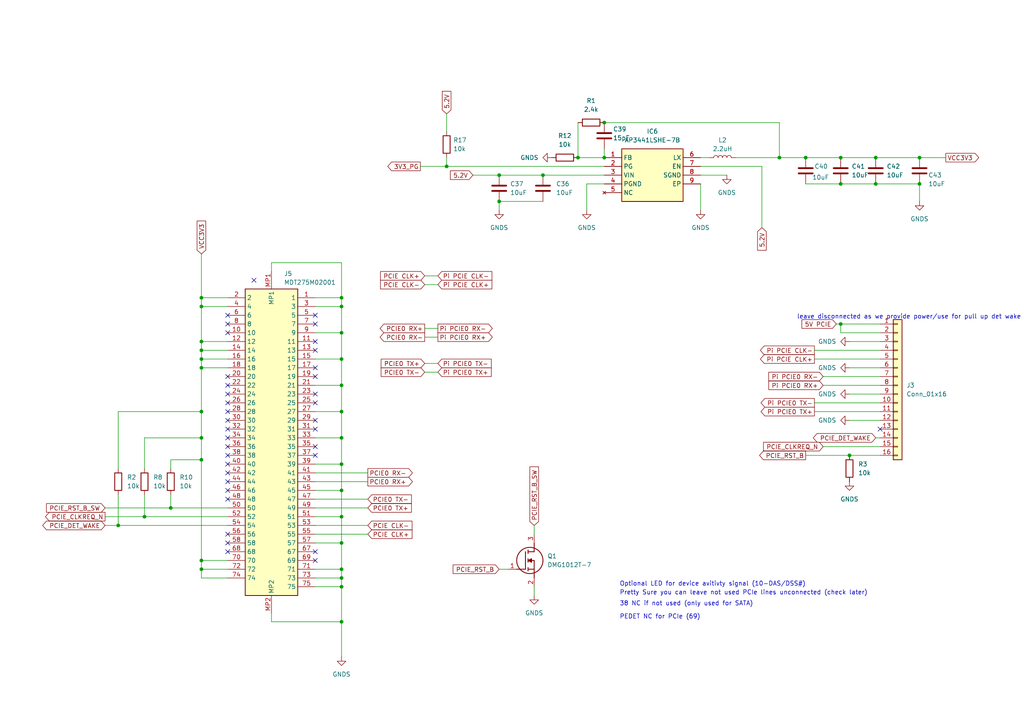
<source format=kicad_sch>
(kicad_sch (version 20231120) (generator "eeschema") (generator_version "8.0")
  (paper "A4")
  (lib_symbols
    (symbol "Connector:MDT275M02001"
      (property "Reference" "J" (at 95.25 12.7 0))
      (property "Value" "MDT275M02001" (at 95.25 10.16 0))
      (symbol "MDT275M02001_1_1"
        (rectangle (start 5.08 7.62) (end 93.98 -7.62) (stroke (width 0.254)) (fill (type background)))
        (pin passive line (at 7.62 12.7 270) (length 5.08) (name "1") (number "1"))
        (pin passive line (at 17.78 -12.7 90) (length 5.08) (name "10") (number "10"))
        (pin passive line (at 20.32 12.7 270) (length 5.08) (name "11") (number "11"))
        (pin passive line (at 20.32 -12.7 90) (length 5.08) (name "12") (number "12"))
        (pin passive line (at 22.86 12.7 270) (length 5.08) (name "13") (number "13"))
        (pin passive line (at 22.86 -12.7 90) (length 5.08) (name "14") (number "14"))
        (pin passive line (at 25.4 12.7 270) (length 5.08) (name "15") (number "15"))
        (pin passive line (at 25.4 -12.7 90) (length 5.08) (name "16") (number "16"))
        (pin passive line (at 27.94 12.7 270) (length 5.08) (name "17") (number "17"))
        (pin passive line (at 27.94 -12.7 90) (length 5.08) (name "18") (number "18"))
        (pin passive line (at 30.48 12.7 270) (length 5.08) (name "19") (number "19"))
        (pin passive line (at 7.62 -12.7 90) (length 5.08) (name "2") (number "2"))
        (pin passive line (at 30.48 -12.7 90) (length 5.08) (name "20") (number "20"))
        (pin passive line (at 33.02 12.7 270) (length 5.08) (name "21") (number "21"))
        (pin passive line (at 33.02 -12.7 90) (length 5.08) (name "22") (number "22"))
        (pin passive line (at 35.56 12.7 270) (length 5.08) (name "23") (number "23"))
        (pin passive line (at 35.56 -12.7 90) (length 5.08) (name "24") (number "24"))
        (pin passive line (at 38.1 12.7 270) (length 5.08) (name "25") (number "25"))
        (pin passive line (at 38.1 -12.7 90) (length 5.08) (name "26") (number "26"))
        (pin passive line (at 40.64 12.7 270) (length 5.08) (name "27") (number "27"))
        (pin passive line (at 40.64 -12.7 90) (length 5.08) (name "28") (number "28"))
        (pin passive line (at 43.18 12.7 270) (length 5.08) (name "29") (number "29"))
        (pin passive line (at 10.16 12.7 270) (length 5.08) (name "3") (number "3"))
        (pin passive line (at 43.18 -12.7 90) (length 5.08) (name "30") (number "30"))
        (pin passive line (at 45.72 12.7 270) (length 5.08) (name "31") (number "31"))
        (pin passive line (at 45.72 -12.7 90) (length 5.08) (name "32") (number "32"))
        (pin passive line (at 48.26 12.7 270) (length 5.08) (name "33") (number "33"))
        (pin passive line (at 48.26 -12.7 90) (length 5.08) (name "34") (number "34"))
        (pin passive line (at 50.8 12.7 270) (length 5.08) (name "35") (number "35"))
        (pin passive line (at 50.8 -12.7 90) (length 5.08) (name "36") (number "36"))
        (pin passive line (at 53.34 12.7 270) (length 5.08) (name "37") (number "37"))
        (pin passive line (at 53.34 -12.7 90) (length 5.08) (name "38") (number "38"))
        (pin passive line (at 55.88 12.7 270) (length 5.08) (name "39") (number "39"))
        (pin passive line (at 10.16 -12.7 90) (length 5.08) (name "4") (number "4"))
        (pin passive line (at 55.88 -12.7 90) (length 5.08) (name "40") (number "40"))
        (pin passive line (at 58.42 12.7 270) (length 5.08) (name "41") (number "41"))
        (pin passive line (at 58.42 -12.7 90) (length 5.08) (name "42") (number "42"))
        (pin passive line (at 60.96 12.7 270) (length 5.08) (name "43") (number "43"))
        (pin passive line (at 60.96 -12.7 90) (length 5.08) (name "44") (number "44"))
        (pin passive line (at 63.5 12.7 270) (length 5.08) (name "45") (number "45"))
        (pin passive line (at 63.5 -12.7 90) (length 5.08) (name "46") (number "46"))
        (pin passive line (at 66.04 12.7 270) (length 5.08) (name "47") (number "47"))
        (pin passive line (at 66.04 -12.7 90) (length 5.08) (name "48") (number "48"))
        (pin passive line (at 68.58 12.7 270) (length 5.08) (name "49") (number "49"))
        (pin passive line (at 12.7 12.7 270) (length 5.08) (name "5") (number "5"))
        (pin passive line (at 68.58 -12.7 90) (length 5.08) (name "50") (number "50"))
        (pin passive line (at 71.12 12.7 270) (length 5.08) (name "51") (number "51"))
        (pin passive line (at 71.12 -12.7 90) (length 5.08) (name "52") (number "52"))
        (pin passive line (at 73.66 12.7 270) (length 5.08) (name "53") (number "53"))
        (pin passive line (at 73.66 -12.7 90) (length 5.08) (name "54") (number "54"))
        (pin passive line (at 76.2 12.7 270) (length 5.08) (name "55") (number "55"))
        (pin passive line (at 76.2 -12.7 90) (length 5.08) (name "56") (number "56"))
        (pin passive line (at 78.74 12.7 270) (length 5.08) (name "57") (number "57"))
        (pin passive line (at 78.74 -12.7 90) (length 5.08) (name "58") (number "58"))
        (pin passive line (at 12.7 -12.7 90) (length 5.08) (name "6") (number "6"))
        (pin passive line (at 81.28 12.7 270) (length 5.08) (name "67") (number "67"))
        (pin passive line (at 81.28 -12.7 90) (length 5.08) (name "68") (number "68"))
        (pin passive line (at 83.82 12.7 270) (length 5.08) (name "69") (number "69"))
        (pin passive line (at 15.24 12.7 270) (length 5.08) (name "7") (number "7"))
        (pin passive line (at 83.82 -12.7 90) (length 5.08) (name "70") (number "70"))
        (pin passive line (at 86.36 12.7 270) (length 5.08) (name "71") (number "71"))
        (pin passive line (at 86.36 -12.7 90) (length 5.08) (name "72") (number "72"))
        (pin passive line (at 88.9 12.7 270) (length 5.08) (name "73") (number "73"))
        (pin passive line (at 88.9 -12.7 90) (length 5.08) (name "74") (number "74"))
        (pin passive line (at 91.44 12.7 270) (length 5.08) (name "75") (number "75"))
        (pin passive line (at 15.24 -12.7 90) (length 5.08) (name "8") (number "8"))
        (pin passive line (at 17.78 12.7 270) (length 5.08) (name "9") (number "9"))
        (pin passive line (at 0 0 0) (length 5.08) (name "MP1") (number "MP1"))
        (pin passive line (at 99.06 0 180) (length 5.08) (name "MP2") (number "MP2"))
      )
    )
    (symbol "Connector_Generic:Conn_01x16" (pin_names (offset 1.016) hide)
      (property "Reference" "J" (at 0 20.32 0))
      (property "Value" "Conn_01x16" (at 0 -22.86 0))
      (symbol "Conn_01x16_1_1"
        (rectangle (start -1.27 -20.193) (end 0 -20.447) (stroke (width 0.1524)))
        (rectangle (start -1.27 -17.653) (end 0 -17.907) (stroke (width 0.1524)))
        (rectangle (start -1.27 -15.113) (end 0 -15.367) (stroke (width 0.1524)))
        (rectangle (start -1.27 -12.573) (end 0 -12.827) (stroke (width 0.1524)))
        (rectangle (start -1.27 -10.033) (end 0 -10.287) (stroke (width 0.1524)))
        (rectangle (start -1.27 -7.493) (end 0 -7.747) (stroke (width 0.1524)))
        (rectangle (start -1.27 -4.953) (end 0 -5.207) (stroke (width 0.1524)))
        (rectangle (start -1.27 -2.413) (end 0 -2.667) (stroke (width 0.1524)))
        (rectangle (start -1.27 0.127) (end 0 -0.127) (stroke (width 0.1524)))
        (rectangle (start -1.27 2.667) (end 0 2.413) (stroke (width 0.1524)))
        (rectangle (start -1.27 5.207) (end 0 4.953) (stroke (width 0.1524)))
        (rectangle (start -1.27 7.747) (end 0 7.493) (stroke (width 0.1524)))
        (rectangle (start -1.27 10.287) (end 0 10.033) (stroke (width 0.1524)))
        (rectangle (start -1.27 12.827) (end 0 12.573) (stroke (width 0.1524)))
        (rectangle (start -1.27 15.367) (end 0 15.113) (stroke (width 0.1524)))
        (rectangle (start -1.27 17.907) (end 0 17.653) (stroke (width 0.1524)))
        (rectangle (start -1.27 19.05) (end 1.27 -21.59) (stroke (width 0.254)) (fill (type background)))
        (pin passive line (at -5.08 17.78 0) (length 3.81) (name "Pin_1") (number "1"))
        (pin passive line (at -5.08 -5.08 0) (length 3.81) (name "Pin_10") (number "10"))
        (pin passive line (at -5.08 -7.62 0) (length 3.81) (name "Pin_11") (number "11"))
        (pin passive line (at -5.08 -10.16 0) (length 3.81) (name "Pin_12") (number "12"))
        (pin passive line (at -5.08 -12.7 0) (length 3.81) (name "Pin_13") (number "13"))
        (pin passive line (at -5.08 -15.24 0) (length 3.81) (name "Pin_14") (number "14"))
        (pin passive line (at -5.08 -17.78 0) (length 3.81) (name "Pin_15") (number "15"))
        (pin passive line (at -5.08 -20.32 0) (length 3.81) (name "Pin_16") (number "16"))
        (pin passive line (at -5.08 15.24 0) (length 3.81) (name "Pin_2") (number "2"))
        (pin passive line (at -5.08 12.7 0) (length 3.81) (name "Pin_3") (number "3"))
        (pin passive line (at -5.08 10.16 0) (length 3.81) (name "Pin_4") (number "4"))
        (pin passive line (at -5.08 7.62 0) (length 3.81) (name "Pin_5") (number "5"))
        (pin passive line (at -5.08 5.08 0) (length 3.81) (name "Pin_6") (number "6"))
        (pin passive line (at -5.08 2.54 0) (length 3.81) (name "Pin_7") (number "7"))
        (pin passive line (at -5.08 0 0) (length 3.81) (name "Pin_8") (number "8"))
        (pin passive line (at -5.08 -2.54 0) (length 3.81) (name "Pin_9") (number "9"))
      )
    )
    (symbol "Converter_DCDC:AP3441LSHE-7B"
      (property "Reference" "IC" (at 24.13 7.62 0))
      (property "Value" "AP3441LSHE-7B" (at 24.13 5.08 0))
      (symbol "AP3441LSHE-7B_1_1"
        (rectangle (start 5.08 2.54) (end 22.86 -12.7) (stroke (width 0.254)) (fill (type background)))
        (pin passive line (at 0 0 0) (length 5.08) (name "FB") (number "1"))
        (pin passive line (at 0 -2.54 0) (length 5.08) (name "PG") (number "2"))
        (pin passive line (at 0 -5.08 0) (length 5.08) (name "VIN") (number "3"))
        (pin passive line (at 0 -7.62 0) (length 5.08) (name "PGND") (number "4"))
        (pin no_connect line (at 0 -10.16 0) (length 5.08) (name "NC") (number "5"))
        (pin passive line (at 27.94 0 180) (length 5.08) (name "LX") (number "6"))
        (pin passive line (at 27.94 -2.54 180) (length 5.08) (name "EN") (number "7"))
        (pin passive line (at 27.94 -5.08 180) (length 5.08) (name "SGND") (number "8"))
        (pin passive line (at 27.94 -7.62 180) (length 5.08) (name "EP") (number "9"))
      )
    )
    (symbol "Device:C" (pin_numbers hide) (pin_names (offset 0.254))
      (property "Reference" "C" (at 0.635 2.54 0))
      (property "Value" "C" (at 0.635 -2.54 0))
      (symbol "C_0_1"
        (polyline (pts (xy -2.032 -0.762) (xy 2.032 -0.762)) (stroke (width 0.508)))
        (polyline (pts (xy -2.032 0.762) (xy 2.032 0.762)) (stroke (width 0.508)))
      )
      (symbol "C_1_1"
        (pin passive line (at 0 3.81 270) (length 2.794) (name "~") (number "1"))
        (pin passive line (at 0 -3.81 90) (length 2.794) (name "~") (number "2"))
      )
    )
    (symbol "Device:L" (pin_numbers hide) (pin_names (offset 1.016) hide)
      (property "Reference" "L" (at -1.27 0 90))
      (property "Value" "L" (at 1.905 0 90))
      (symbol "L_0_1"
        (arc (start 0 -2.54) (mid 0.6323 -1.905) (end 0 -1.27))
        (arc (start 0 -1.27) (mid 0.6323 -0.635) (end 0 0))
        (arc (start 0 0) (mid 0.6323 0.635) (end 0 1.27))
        (arc (start 0 1.27) (mid 0.6323 1.905) (end 0 2.54))
      )
      (symbol "L_1_1"
        (pin passive line (at 0 3.81 270) (length 1.27) (name "1") (number "1"))
        (pin passive line (at 0 -3.81 90) (length 1.27) (name "2") (number "2"))
      )
    )
    (symbol "Device:R" (pin_numbers hide) (pin_names (offset 0))
      (property "Reference" "R" (at 2.032 0 90))
      (property "Value" "R" (at 0 0 90))
      (symbol "R_0_1"
        (rectangle (start -1.016 -2.54) (end 1.016 2.54) (stroke (width 0.254)))
      )
      (symbol "R_1_1"
        (pin passive line (at 0 3.81 270) (length 1.27) (name "~") (number "1"))
        (pin passive line (at 0 -3.81 90) (length 1.27) (name "~") (number "2"))
      )
    )
    (symbol "Diode:DMG1012T-7" (pin_names hide)
      (property "Reference" "Q" (at 11.43 3.81 0))
      (property "Value" "DMG1012T-7" (at 11.43 1.27 0))
      (symbol "DMG1012T-7_1_1"
        (polyline (pts (xy 2.54 0) (xy 5.08 0)) (stroke (width 0.254)))
        (polyline (pts (xy 5.08 5.08) (xy 5.08 0)) (stroke (width 0.254)))
        (polyline (pts (xy 5.842 -0.508) (xy 5.842 0.508)) (stroke (width 0.254)))
        (polyline (pts (xy 5.842 0) (xy 7.62 0)) (stroke (width 0.254)))
        (polyline (pts (xy 5.842 2.032) (xy 5.842 3.048)) (stroke (width 0.254)))
        (polyline (pts (xy 5.842 5.588) (xy 5.842 4.572)) (stroke (width 0.254)))
        (polyline (pts (xy 7.62 2.54) (xy 5.842 2.54)) (stroke (width 0.254)))
        (polyline (pts (xy 7.62 2.54) (xy 7.62 -2.54)) (stroke (width 0.254)))
        (polyline (pts (xy 7.62 5.08) (xy 5.842 5.08)) (stroke (width 0.254)))
        (polyline (pts (xy 7.62 5.08) (xy 7.62 7.62)) (stroke (width 0.254)))
        (polyline (pts (xy 5.842 2.54) (xy 6.858 3.048) (xy 6.858 2.032) (xy 5.842 2.54)) (stroke (width 0.254)) (fill (type outline)))
        (circle (center 6.35 2.54) (radius 3.81) (stroke (width 0.254)))
        (pin passive line (at 0 0 0) (length 2.54) (name "G") (number "1"))
        (pin passive line (at 7.62 -5.08 90) (length 2.54) (name "S") (number "2"))
        (pin passive line (at 7.62 10.16 270) (length 2.54) (name "D") (number "3"))
      )
    )
    (symbol "R_2" (pin_numbers hide) (pin_names (offset 0))
      (property "Reference" "R" (at 2.032 0 90))
      (property "Value" "R" (at 0 0 90))
      (symbol "R_2_0_1"
        (rectangle (start -1.016 -2.54) (end 1.016 2.54) (stroke (width 0.254)))
      )
      (symbol "R_2_1_1"
        (pin passive line (at 0 3.81 270) (length 1.27) (name "~") (number "1"))
        (pin passive line (at 0 -3.81 90) (length 1.27) (name "~") (number "2"))
      )
    )
    (symbol "R_4" (pin_numbers hide) (pin_names (offset 0))
      (property "Reference" "R" (at 2.032 0 90))
      (property "Value" "R" (at 0 0 90))
      (symbol "R_4_0_1"
        (rectangle (start -1.016 -2.54) (end 1.016 2.54) (stroke (width 0.254)))
      )
      (symbol "R_4_1_1"
        (pin passive line (at 0 3.81 270) (length 1.27) (name "~") (number "1"))
        (pin passive line (at 0 -3.81 90) (length 1.27) (name "~") (number "2"))
      )
    )
    (symbol "R_5" (pin_numbers hide) (pin_names (offset 0))
      (property "Reference" "R" (at 2.032 0 90))
      (property "Value" "R" (at 0 0 90))
      (symbol "R_5_0_1"
        (rectangle (start -1.016 -2.54) (end 1.016 2.54) (stroke (width 0.254)))
      )
      (symbol "R_5_1_1"
        (pin passive line (at 0 3.81 270) (length 1.27) (name "~") (number "1"))
        (pin passive line (at 0 -3.81 90) (length 1.27) (name "~") (number "2"))
      )
    )
    (symbol "power:GNDS" (power) (pin_names (offset 0))
      (property "Value" "GNDS" (at 0 -3.81 0))
      (symbol "GNDS_0_1"
        (polyline (pts (xy 0 0) (xy 0 -1.27) (xy 1.27 -1.27) (xy 0 -2.54) (xy -1.27 -1.27) (xy 0 -1.27)))
      )
      (symbol "GNDS_1_1"
        (pin power_in line (at 0 0 270) (length 0) hide (name "GNDS") (number "1"))
      )
    )
  )
  (junction (at 99.06 86.36))
  (junction (at 99.06 127))
  (junction (at 226.06 45.72))
  (junction (at 254 45.72))
  (junction (at 99.06 180.34))
  (junction (at 99.06 119.38))
  (junction (at 41.91 149.86))
  (junction (at 243.84 53.34))
  (junction (at 58.42 101.6))
  (junction (at 58.42 162.56))
  (junction (at 58.42 106.68))
  (junction (at 99.06 170.18))
  (junction (at 49.53 147.32))
  (junction (at 175.26 45.72))
  (junction (at 58.42 133.35))
  (junction (at 175.26 35.56))
  (junction (at 144.78 58.42))
  (junction (at 99.06 134.62))
  (junction (at 99.06 167.64))
  (junction (at 243.84 45.72))
  (junction (at 99.06 111.76))
  (junction (at 58.42 104.14))
  (junction (at 167.64 45.72))
  (junction (at 34.29 152.4))
  (junction (at 58.42 165.1))
  (junction (at 58.42 86.36))
  (junction (at 233.68 45.72))
  (junction (at 58.42 88.9))
  (junction (at 99.06 149.86))
  (junction (at 266.7 53.34))
  (junction (at 243.84 93.98))
  (junction (at 157.48 50.8))
  (junction (at 99.06 142.24))
  (junction (at 144.78 50.8))
  (junction (at 266.7 45.72))
  (junction (at 246.38 132.08))
  (junction (at 58.42 127))
  (junction (at 58.42 99.06))
  (junction (at 99.06 96.52))
  (junction (at 99.06 104.14))
  (junction (at 58.42 119.38))
  (junction (at 99.06 165.1))
  (junction (at 254 53.34))
  (junction (at 99.06 157.48))
  (junction (at 99.06 88.9))
  (junction (at 129.54 48.26))
  (no_connect (at 91.44 99.06))
  (no_connect (at 66.04 121.92))
  (no_connect (at 66.04 142.24))
  (no_connect (at 66.04 127))
  (no_connect (at 91.44 162.56))
  (no_connect (at 91.44 91.44))
  (no_connect (at 91.44 116.84))
  (no_connect (at 66.04 124.46))
  (no_connect (at 66.04 134.62))
  (no_connect (at 66.04 111.76))
  (no_connect (at 91.44 129.54))
  (no_connect (at 91.44 106.68))
  (no_connect (at 255.27 124.46))
  (no_connect (at 66.04 144.78))
  (no_connect (at 91.44 93.98))
  (no_connect (at 66.04 132.08))
  (no_connect (at 66.04 93.98))
  (no_connect (at 91.44 109.22))
  (no_connect (at 66.04 116.84))
  (no_connect (at 66.04 129.54))
  (no_connect (at 91.44 132.08))
  (no_connect (at 91.44 114.3))
  (no_connect (at 91.44 160.02))
  (no_connect (at 91.44 101.6))
  (no_connect (at 66.04 157.48))
  (no_connect (at 91.44 124.46))
  (no_connect (at 66.04 109.22))
  (no_connect (at 66.04 119.38))
  (no_connect (at 66.04 154.94))
  (no_connect (at 66.04 96.52))
  (no_connect (at 66.04 137.16))
  (no_connect (at 66.04 91.44))
  (no_connect (at 66.04 160.02))
  (no_connect (at 73.66 81.28))
  (no_connect (at 66.04 114.3))
  (no_connect (at 91.44 121.92))
  (no_connect (at 66.04 139.7))
  (wire (pts (xy 41.91 149.86) (xy 66.04 149.86)))
  (wire (pts (xy 99.06 180.34) (xy 99.06 190.5)))
  (wire (pts (xy 78.74 78.74) (xy 78.74 76.2)))
  (wire (pts (xy 246.38 121.92) (xy 255.27 121.92)))
  (wire (pts (xy 127 107.95) (xy 123.19 107.95)))
  (wire (pts (xy 34.29 143.51) (xy 34.29 152.4)))
  (wire (pts (xy 226.06 45.72) (xy 233.68 45.72)))
  (wire (pts (xy 91.44 167.64) (xy 99.06 167.64)))
  (wire (pts (xy 238.76 129.54) (xy 255.27 129.54)))
  (wire (pts (xy 170.18 53.34) (xy 175.26 53.34)))
  (wire (pts (xy 58.42 165.1) (xy 58.42 167.64)))
  (wire (pts (xy 58.42 101.6) (xy 66.04 101.6)))
  (wire (pts (xy 243.84 96.52) (xy 255.27 96.52)))
  (wire (pts (xy 99.06 76.2) (xy 99.06 86.36)))
  (wire (pts (xy 91.44 170.18) (xy 99.06 170.18)))
  (wire (pts (xy 99.06 88.9) (xy 91.44 88.9)))
  (wire (pts (xy 220.98 48.26) (xy 220.98 66.04)))
  (wire (pts (xy 238.76 109.22) (xy 255.27 109.22)))
  (wire (pts (xy 58.42 99.06) (xy 58.42 101.6)))
  (wire (pts (xy 213.36 45.72) (xy 226.06 45.72)))
  (wire (pts (xy 99.06 142.24) (xy 91.44 142.24)))
  (wire (pts (xy 144.78 50.8) (xy 157.48 50.8)))
  (wire (pts (xy 154.94 170.18) (xy 154.94 172.72)))
  (wire (pts (xy 99.06 96.52) (xy 91.44 96.52)))
  (wire (pts (xy 78.74 177.8) (xy 78.74 180.34)))
  (wire (pts (xy 66.04 86.36) (xy 58.42 86.36)))
  (wire (pts (xy 154.94 152.4) (xy 154.94 154.94)))
  (wire (pts (xy 233.68 53.34) (xy 243.84 53.34)))
  (wire (pts (xy 236.22 119.38) (xy 255.27 119.38)))
  (wire (pts (xy 58.42 88.9) (xy 58.42 99.06)))
  (wire (pts (xy 127 80.01) (xy 123.19 80.01)))
  (wire (pts (xy 99.06 127) (xy 91.44 127)))
  (wire (pts (xy 34.29 135.89) (xy 34.29 119.38)))
  (wire (pts (xy 78.74 76.2) (xy 99.06 76.2)))
  (wire (pts (xy 99.06 170.18) (xy 99.06 180.34)))
  (wire (pts (xy 203.2 53.34) (xy 203.2 60.96)))
  (wire (pts (xy 99.06 119.38) (xy 91.44 119.38)))
  (wire (pts (xy 41.91 135.89) (xy 41.91 127)))
  (wire (pts (xy 99.06 88.9) (xy 99.06 96.52)))
  (wire (pts (xy 91.44 165.1) (xy 99.06 165.1)))
  (wire (pts (xy 203.2 50.8) (xy 210.82 50.8)))
  (wire (pts (xy 121.92 48.26) (xy 129.54 48.26)))
  (wire (pts (xy 226.06 35.56) (xy 175.26 35.56)))
  (wire (pts (xy 203.2 48.26) (xy 220.98 48.26)))
  (wire (pts (xy 99.06 119.38) (xy 99.06 127)))
  (wire (pts (xy 144.78 58.42) (xy 144.78 60.96)))
  (wire (pts (xy 243.84 93.98) (xy 255.27 93.98)))
  (wire (pts (xy 30.48 147.32) (xy 49.53 147.32)))
  (wire (pts (xy 41.91 143.51) (xy 41.91 149.86)))
  (wire (pts (xy 99.06 157.48) (xy 99.06 165.1)))
  (wire (pts (xy 144.78 58.42) (xy 157.48 58.42)))
  (wire (pts (xy 127 82.55) (xy 123.19 82.55)))
  (wire (pts (xy 99.06 149.86) (xy 99.06 157.48)))
  (wire (pts (xy 58.42 133.35) (xy 58.42 162.56)))
  (wire (pts (xy 246.38 99.06) (xy 255.27 99.06)))
  (wire (pts (xy 91.44 104.14) (xy 99.06 104.14)))
  (wire (pts (xy 99.06 167.64) (xy 99.06 170.18)))
  (wire (pts (xy 99.06 165.1) (xy 99.06 167.64)))
  (wire (pts (xy 99.06 86.36) (xy 99.06 88.9)))
  (wire (pts (xy 175.26 43.18) (xy 175.26 45.72)))
  (wire (pts (xy 243.84 96.52) (xy 243.84 93.98)))
  (wire (pts (xy 58.42 127) (xy 58.42 133.35)))
  (wire (pts (xy 58.42 101.6) (xy 58.42 104.14)))
  (wire (pts (xy 99.06 142.24) (xy 99.06 149.86)))
  (wire (pts (xy 49.53 135.89) (xy 49.53 133.35)))
  (wire (pts (xy 99.06 134.62) (xy 99.06 142.24)))
  (wire (pts (xy 58.42 167.64) (xy 66.04 167.64)))
  (wire (pts (xy 170.18 53.34) (xy 170.18 60.96)))
  (wire (pts (xy 167.64 35.56) (xy 167.64 45.72)))
  (wire (pts (xy 274.32 45.72) (xy 266.7 45.72)))
  (wire (pts (xy 266.7 58.42) (xy 266.7 53.34)))
  (wire (pts (xy 242.57 93.98) (xy 243.84 93.98)))
  (wire (pts (xy 78.74 180.34) (xy 99.06 180.34)))
  (wire (pts (xy 127 95.25) (xy 123.19 95.25)))
  (wire (pts (xy 246.38 132.08) (xy 255.27 132.08)))
  (wire (pts (xy 175.26 50.8) (xy 157.48 50.8)))
  (wire (pts (xy 58.42 88.9) (xy 66.04 88.9)))
  (wire (pts (xy 58.42 104.14) (xy 58.42 106.68)))
  (wire (pts (xy 226.06 35.56) (xy 226.06 45.72)))
  (wire (pts (xy 243.84 53.34) (xy 254 53.34)))
  (wire (pts (xy 58.42 162.56) (xy 58.42 165.1)))
  (wire (pts (xy 91.44 144.78) (xy 106.68 144.78)))
  (wire (pts (xy 58.42 119.38) (xy 58.42 127)))
  (wire (pts (xy 34.29 119.38) (xy 58.42 119.38)))
  (wire (pts (xy 254 53.34) (xy 266.7 53.34)))
  (wire (pts (xy 127 105.41) (xy 123.19 105.41)))
  (wire (pts (xy 58.42 106.68) (xy 58.42 119.38)))
  (wire (pts (xy 254 127) (xy 255.27 127)))
  (wire (pts (xy 58.42 73.66) (xy 58.42 86.36)))
  (wire (pts (xy 66.04 165.1) (xy 58.42 165.1)))
  (wire (pts (xy 236.22 101.6) (xy 255.27 101.6)))
  (wire (pts (xy 233.68 45.72) (xy 243.84 45.72)))
  (wire (pts (xy 99.06 127) (xy 99.06 134.62)))
  (wire (pts (xy 246.38 114.3) (xy 255.27 114.3)))
  (wire (pts (xy 30.48 149.86) (xy 41.91 149.86)))
  (wire (pts (xy 129.54 33.02) (xy 129.54 38.1)))
  (wire (pts (xy 41.91 127) (xy 58.42 127)))
  (wire (pts (xy 99.06 111.76) (xy 91.44 111.76)))
  (wire (pts (xy 233.68 132.08) (xy 246.38 132.08)))
  (wire (pts (xy 91.44 147.32) (xy 106.68 147.32)))
  (wire (pts (xy 91.44 149.86) (xy 99.06 149.86)))
  (wire (pts (xy 91.44 154.94) (xy 106.68 154.94)))
  (wire (pts (xy 91.44 137.16) (xy 106.68 137.16)))
  (wire (pts (xy 129.54 48.26) (xy 175.26 48.26)))
  (wire (pts (xy 58.42 99.06) (xy 66.04 99.06)))
  (wire (pts (xy 66.04 104.14) (xy 58.42 104.14)))
  (wire (pts (xy 144.78 165.1) (xy 147.32 165.1)))
  (wire (pts (xy 236.22 116.84) (xy 255.27 116.84)))
  (wire (pts (xy 99.06 96.52) (xy 99.06 104.14)))
  (wire (pts (xy 137.16 50.8) (xy 144.78 50.8)))
  (wire (pts (xy 167.64 45.72) (xy 175.26 45.72)))
  (wire (pts (xy 91.44 152.4) (xy 106.68 152.4)))
  (wire (pts (xy 49.53 147.32) (xy 66.04 147.32)))
  (wire (pts (xy 127 97.79) (xy 123.19 97.79)))
  (wire (pts (xy 49.53 143.51) (xy 49.53 147.32)))
  (wire (pts (xy 30.48 152.4) (xy 34.29 152.4)))
  (wire (pts (xy 254 45.72) (xy 266.7 45.72)))
  (wire (pts (xy 129.54 45.72) (xy 129.54 48.26)))
  (wire (pts (xy 99.06 104.14) (xy 99.06 111.76)))
  (wire (pts (xy 99.06 157.48) (xy 91.44 157.48)))
  (wire (pts (xy 246.38 106.68) (xy 255.27 106.68)))
  (wire (pts (xy 34.29 152.4) (xy 66.04 152.4)))
  (wire (pts (xy 99.06 86.36) (xy 91.44 86.36)))
  (wire (pts (xy 58.42 106.68) (xy 66.04 106.68)))
  (wire (pts (xy 203.2 45.72) (xy 205.74 45.72)))
  (wire (pts (xy 236.22 104.14) (xy 255.27 104.14)))
  (wire (pts (xy 58.42 86.36) (xy 58.42 88.9)))
  (wire (pts (xy 99.06 134.62) (xy 91.44 134.62)))
  (wire (pts (xy 66.04 162.56) (xy 58.42 162.56)))
  (wire (pts (xy 238.76 111.76) (xy 255.27 111.76)))
  (wire (pts (xy 49.53 133.35) (xy 58.42 133.35)))
  (wire (pts (xy 243.84 45.72) (xy 254 45.72)))
  (wire (pts (xy 91.44 139.7) (xy 106.68 139.7)))
  (wire (pts (xy 99.06 111.76) (xy 99.06 119.38)))
  (text "PEDET NC for PCIe (69)" (at 179.705 179.705 0) (effects (font (size 1.27 1.27)) (justify left bottom)))
  (text "leave disconnected as we provide power/use for pull up det wake\n" (at 231.14 92.71 0) (effects (font (size 1.27 1.27)) (justify left bottom)))
  (text "Pretty Sure you can leave not used PCIe lines unconnected (check later)" (at 179.705 172.72 0) (effects (font (size 1.27 1.27)) (justify left bottom)))
  (text "38 NC if not used (only used for SATA)" (at 179.705 175.895 0) (effects (font (size 1.27 1.27)) (justify left bottom)))
  (text "Optional LED for device avitivty signal (10-DAS/DSS#)" (at 179.705 170.18 0) (effects (font (size 1.27 1.27)) (justify left bottom)))
  (global_label "PCIE0 RX+" (shape output) (at 123.19 95.25 180) (property "Intersheetrefs" "${INTERSHEET_REFS}" (effects (hide yes))))
  (global_label "PCIE_DET_WAKE" (shape bidirectional) (at 254 127 180) (property "Intersheetrefs" "${INTERSHEET_REFS}" (effects (hide yes))))
  (global_label "VCC3V3" (shape input) (at 58.42 73.66 90) (property "Intersheetrefs" "${INTERSHEET_REFS}" (effects (hide yes))))
  (global_label "PCIE_RST_B" (shape input) (at 144.78 165.1 180) (property "Intersheetrefs" "${INTERSHEET_REFS}" (effects (hide yes))))
  (global_label "Pi PCIE CLK+" (shape input) (at 127 82.55 0) (property "Intersheetrefs" "${INTERSHEET_REFS}" (effects (hide yes))))
  (global_label "VCC3V3" (shape output) (at 274.32 45.72 0) (property "Intersheetrefs" "${INTERSHEET_REFS}" (effects (hide yes))))
  (global_label "Pi PCIE CLK-" (shape output) (at 236.22 101.6 180) (property "Intersheetrefs" "${INTERSHEET_REFS}" (effects (hide yes))))
  (global_label "Pi PCIE0 RX+" (shape input) (at 238.76 111.76 180) (property "Intersheetrefs" "${INTERSHEET_REFS}" (effects (hide yes))))
  (global_label "Pi PCIE0 TX+" (shape output) (at 236.22 119.38 180) (property "Intersheetrefs" "${INTERSHEET_REFS}" (effects (hide yes))))
  (global_label "5.2V" (shape input) (at 220.98 66.04 270) (property "Intersheetrefs" "${INTERSHEET_REFS}" (effects (hide yes))))
  (global_label "Pi PCIE CLK+" (shape output) (at 236.22 104.14 180) (property "Intersheetrefs" "${INTERSHEET_REFS}" (effects (hide yes))))
  (global_label "5V PCIE" (shape input) (at 242.57 93.98 180) (property "Intersheetrefs" "${INTERSHEET_REFS}" (effects (hide yes))))
  (global_label "PCIE0 TX+" (shape input) (at 123.19 105.41 180) (property "Intersheetrefs" "${INTERSHEET_REFS}" (effects (hide yes))))
  (global_label "Pi PCIE0 TX+" (shape input) (at 127 107.95 0) (property "Intersheetrefs" "${INTERSHEET_REFS}" (effects (hide yes))))
  (global_label "PCIE0 RX+" (shape output) (at 106.68 139.7 0) (property "Intersheetrefs" "${INTERSHEET_REFS}" (effects (hide yes))))
  (global_label "PCIE0 TX-" (shape input) (at 123.19 107.95 180) (property "Intersheetrefs" "${INTERSHEET_REFS}" (effects (hide yes))))
  (global_label "PCIE0 RX-" (shape output) (at 123.19 97.79 180) (property "Intersheetrefs" "${INTERSHEET_REFS}" (effects (hide yes))))
  (global_label "Pi PCIE0 RX+" (shape output) (at 127 97.79 0) (property "Intersheetrefs" "${INTERSHEET_REFS}" (effects (hide yes))))
  (global_label "PCIE_DET_WAKE" (shape bidirectional) (at 30.48 152.4 180) (property "Intersheetrefs" "${INTERSHEET_REFS}" (effects (hide yes))))
  (global_label "PCIE0 TX+" (shape input) (at 106.68 147.32 0) (property "Intersheetrefs" "${INTERSHEET_REFS}" (effects (hide yes))))
  (global_label "PCIE CLK+" (shape input) (at 123.19 80.01 180) (property "Intersheetrefs" "${INTERSHEET_REFS}" (effects (hide yes))))
  (global_label "PCIE0 RX-" (shape output) (at 106.68 137.16 0) (property "Intersheetrefs" "${INTERSHEET_REFS}" (effects (hide yes))))
  (global_label "PCIE_RST_B" (shape output) (at 233.68 132.08 180) (property "Intersheetrefs" "${INTERSHEET_REFS}" (effects (hide yes))))
  (global_label "PCIE_CLKREQ_N" (shape input) (at 238.76 129.54 180) (property "Intersheetrefs" "${INTERSHEET_REFS}" (effects (hide yes))))
  (global_label "5.2V" (shape input) (at 137.16 50.8 180) (property "Intersheetrefs" "${INTERSHEET_REFS}" (effects (hide yes))))
  (global_label "Pi PCIE CLK-" (shape input) (at 127 80.01 0) (property "Intersheetrefs" "${INTERSHEET_REFS}" (effects (hide yes))))
  (global_label "PCIE CLK+" (shape input) (at 106.68 154.94 0) (property "Intersheetrefs" "${INTERSHEET_REFS}" (effects (hide yes))))
  (global_label "PCIE_RST_B_SW" (shape input) (at 30.48 147.32 180) (property "Intersheetrefs" "${INTERSHEET_REFS}" (effects (hide yes))))
  (global_label "PCIE_RST_B_SW" (shape input) (at 154.94 152.4 90) (property "Intersheetrefs" "${INTERSHEET_REFS}" (effects (hide yes))))
  (global_label "Pi PCIE0 RX-" (shape output) (at 127 95.25 0) (property "Intersheetrefs" "${INTERSHEET_REFS}" (effects (hide yes))))
  (global_label "5.2V" (shape input) (at 129.54 33.02 90) (property "Intersheetrefs" "${INTERSHEET_REFS}" (effects (hide yes))))
  (global_label "PCIE_CLKREQ_N" (shape output) (at 30.48 149.86 180) (property "Intersheetrefs" "${INTERSHEET_REFS}" (effects (hide yes))))
  (global_label "PCIE0 TX-" (shape input) (at 106.68 144.78 0) (property "Intersheetrefs" "${INTERSHEET_REFS}" (effects (hide yes))))
  (global_label "Pi PCIE0 TX-" (shape output) (at 236.22 116.84 180) (property "Intersheetrefs" "${INTERSHEET_REFS}" (effects (hide yes))))
  (global_label "Pi PCIE0 RX-" (shape input) (at 238.76 109.22 180) (property "Intersheetrefs" "${INTERSHEET_REFS}" (effects (hide yes))))
  (global_label "PCIE CLK-" (shape input) (at 106.68 152.4 0) (property "Intersheetrefs" "${INTERSHEET_REFS}" (effects (hide yes))))
  (global_label "Pi PCIE0 TX-" (shape input) (at 127 105.41 0) (property "Intersheetrefs" "${INTERSHEET_REFS}" (effects (hide yes))))
  (global_label "PCIE CLK-" (shape input) (at 123.19 82.55 180) (property "Intersheetrefs" "${INTERSHEET_REFS}" (effects (hide yes))))
  (global_label "3V3_PG" (shape output) (at 121.92 48.26 180) (property "Intersheetrefs" "${INTERSHEET_REFS}" (effects (hide yes))))
  (symbol (lib_id "Device:C") (at 233.68 49.53 0) (unit 1)
    (property "Reference" "C40" (at 236.22 48.26 0) (effects (justify left)))
    (property "Value" "10uF" (at 235.585 51.435 0) (effects (justify left)))
    (property "Footprint" "Capacitor_SMD:C_0402_1005Metric" (effects (hide yes)))
  )
  (symbol (lib_id "Device:C") (at 243.84 49.53 0) (unit 1)
    (property "Reference" "C41" (at 247.015 48.26 0) (effects (justify left)))
    (property "Value" "10uF" (at 247.015 50.8 0) (effects (justify left)))
    (property "Footprint" "Capacitor_SMD:C_0402_1005Metric" (effects (hide yes)))
  )
  (symbol (lib_id "power:GNDS") (at 246.38 114.3 270) (unit 1)
    (property "Reference" "#PWR023" (effects (hide yes)))
    (property "Value" "GNDS" (at 242.57 114.3 90) (effects (justify right)))
  )
  (symbol (lib_id "power:GNDS") (at 246.38 106.68 270) (unit 1)
    (property "Reference" "#PWR022" (effects (hide yes)))
    (property "Value" "GNDS" (at 242.57 106.68 90) (effects (justify right)))
  )
  (symbol (lib_id "power:GNDS") (at 144.78 60.96 0) (unit 1)
    (property "Reference" "#PWR070" (effects (hide yes)))
    (property "Value" "GNDS" (at 144.78 66.04 0))
  )
  (symbol (lib_id "Device:C") (at 266.7 49.53 0) (unit 1)
    (property "Reference" "C43" (at 269.24 50.8 0) (effects (justify left)))
    (property "Value" "10uF" (at 269.24 53.34 0) (effects (justify left)))
    (property "Footprint" "Capacitor_SMD:C_0402_1005Metric" (effects (hide yes)))
  )
  (symbol (lib_id "power:GNDS") (at 99.06 190.5 0) (unit 1)
    (property "Reference" "#PWR026" (effects (hide yes)))
    (property "Value" "GNDS" (at 99.06 195.58 0))
  )
  (symbol (lib_name "R_2") (lib_id "Device:R") (at 246.38 135.89 0) (unit 1)
    (property "Reference" "R3" (at 248.92 134.6199 0) (effects (justify left)))
    (property "Value" "10k" (at 248.92 137.1599 0) (effects (justify left)))
    (property "Footprint" "Resistor_SMD:R_0402_1005Metric" (effects (hide yes)))
    (property "Description" "Resistor" (effects (hide yes)))
  )
  (symbol (lib_id "Device:C") (at 144.78 54.61 0) (unit 1)
    (property "Reference" "C37" (at 147.955 53.34 0) (effects (justify left)))
    (property "Value" "10uF" (at 147.955 55.88 0) (effects (justify left)))
    (property "Footprint" "Capacitor_SMD:C_0402_1005Metric" (effects (hide yes)))
  )
  (symbol (lib_id "power:GNDS") (at 203.2 60.96 0) (unit 1)
    (property "Reference" "#PWR054" (effects (hide yes)))
    (property "Value" "GNDS" (at 203.2 66.04 0))
  )
  (symbol (lib_id "power:GNDS") (at 246.38 121.92 270) (unit 1)
    (property "Reference" "#PWR024" (effects (hide yes)))
    (property "Value" "GNDS" (at 242.57 121.92 90) (effects (justify right)))
  )
  (symbol (lib_id "Device:C") (at 157.48 54.61 0) (unit 1)
    (property "Reference" "C36" (at 161.29 53.34 0) (effects (justify left)))
    (property "Value" "10uF" (at 161.29 55.88 0) (effects (justify left)))
    (property "Footprint" "Capacitor_SMD:C_0402_1005Metric" (effects (hide yes)))
  )
  (symbol (lib_name "R_5") (lib_id "Device:R") (at 49.53 139.7 0) (unit 1)
    (property "Reference" "R10" (at 52.07 138.4299 0) (effects (justify left)))
    (property "Value" "10k" (at 52.07 140.9699 0) (effects (justify left)))
    (property "Footprint" "Resistor_SMD:R_0402_1005Metric" (effects (hide yes)))
    (property "Description" "Resistor" (effects (hide yes)))
  )
  (symbol (lib_id "power:GNDS") (at 246.38 139.7 0) (unit 1)
    (property "Reference" "#PWR025" (effects (hide yes)))
    (property "Value" "GNDS" (at 246.38 144.78 0))
  )
  (symbol (lib_id "Connector:MDT275M02001") (at 78.74 78.74 270) (unit 1)
    (property "Reference" "J5" (at 82.3661 79.375 90) (effects (justify left)))
    (property "Value" "MDT275M02001" (at 82.3661 81.915 90) (effects (justify left)))
    (property "Footprint" "21xt_footprints:MDT275M02001" (effects (hide yes)))
    (property "Datasheet" "https://cdn.amphenol-cs.com/media/wysiwyg/files/documentation/datasheet/ssio/ssio_pcie_m2.pdf" (effects (hide yes)))
    (property "Height" "2.75" (effects (hide yes)))
    (property "Mouser Part Number" "523-MDT275M02001" (effects (hide yes)))
    (property "Mouser Price/Stock" "https://www.mouser.co.uk/ProductDetail/Amphenol-FCI/MDT275M02001?qs=lrCDz5EUXIa69GdSlBLTlg%3D%3D" (effects (hide yes)))
    (property "Manufacturer_Name" "Amphenol Communications Solutions" (effects (hide yes)))
    (property "Manufacturer_Part_Number" "MDT275M02001" (effects (hide yes)))
  )
  (symbol (lib_id "Device:R") (at 163.83 45.72 90) (unit 1)
    (property "Reference" "R12" (at 163.83 39.37 90))
    (property "Value" "10k" (at 163.83 41.91 90))
    (property "Footprint" "Resistor_SMD:R_0402_1005Metric" (effects (hide yes)))
  )
  (symbol (lib_name "R_4") (lib_id "Device:R") (at 34.29 139.7 0) (unit 1)
    (property "Reference" "R2" (at 36.83 138.4299 0) (effects (justify left)))
    (property "Value" "10k" (at 36.83 140.9699 0) (effects (justify left)))
    (property "Footprint" "Resistor_SMD:R_0402_1005Metric" (effects (hide yes)))
    (property "Description" "Resistor" (effects (hide yes)))
  )
  (symbol (lib_id "Diode:DMG1012T-7") (at 147.32 165.1 0) (unit 1)
    (property "Reference" "Q1" (at 158.75 161.29 0) (effects (justify left)))
    (property "Value" "DMG1012T-7" (at 158.75 163.83 0) (effects (justify left)))
    (property "Footprint" "21xt_footprints:SOT50P160X90-3N" (effects (hide yes)))
    (property "Datasheet" "https://www.diodes.com//assets/Datasheets/DMG1012T.pdf" (effects (hide yes)))
    (property "Height" "0.9" (effects (hide yes)))
    (property "Mouser Part Number" "621-DMG1012T-7" (effects (hide yes)))
    (property "Mouser Price/Stock" "https://www.mouser.co.uk/ProductDetail/Diodes-Incorporated/DMG1012T-7?qs=vIZ3oKQCLxoEnfyeB0HcGQ%3D%3D" (effects (hide yes)))
    (property "Manufacturer_Name" "Diodes Incorporated" (effects (hide yes)))
    (property "Manufacturer_Part_Number" "DMG1012T-7" (effects (hide yes)))
  )
  (symbol (lib_id "Converter_DCDC:AP3441LSHE-7B") (at 175.26 45.72 0) (unit 1)
    (property "Reference" "IC6" (at 189.23 38.1 0))
    (property "Value" "AP3441LSHE-7B" (at 189.23 40.64 0))
    (property "Footprint" "21xt_footprints:AP3441LSHE7B" (effects (hide yes)))
    (property "Datasheet" "https://www.diodes.com//assets/Datasheets/AP3441-L.pdf" (effects (hide yes)))
    (property "Height" "0.6" (effects (hide yes)))
    (property "Mouser Part Number" "621-AP3441LSHE-7B" (effects (hide yes)))
    (property "Mouser Price/Stock" "https://www.mouser.co.uk/ProductDetail/Diodes-Incorporated/AP3441LSHE-7B?qs=wUXugUrL1qypzVa4NB91Hg%3D%3D" (effects (hide yes)))
    (property "Manufacturer_Name" "Diodes Incorporated" (effects (hide yes)))
    (property "Manufacturer_Part_Number" "AP3441LSHE-7B" (effects (hide yes)))
  )
  (symbol (lib_id "Device:C") (at 254 49.53 0) (unit 1)
    (property "Reference" "C42" (at 257.175 48.26 0) (effects (justify left)))
    (property "Value" "10uF" (at 257.175 50.8 0) (effects (justify left)))
    (property "Footprint" "Capacitor_SMD:C_0402_1005Metric" (effects (hide yes)))
  )
  (symbol (lib_id "Connector_Generic:Conn_01x16") (at 260.35 111.76 0) (unit 1)
    (property "Reference" "J3" (at 262.89 111.7599 0) (effects (justify left)))
    (property "Value" "Conn_01x16" (at 262.89 114.2999 0) (effects (justify left)))
    (property "Footprint" "21xt_footprints:ZF5S1601TWT" (effects (hide yes)))
  )
  (symbol (lib_id "power:GNDS") (at 246.38 99.06 270) (unit 1)
    (property "Reference" "#PWR021" (effects (hide yes)))
    (property "Value" "GNDS" (at 242.57 99.06 90) (effects (justify right)))
  )
  (symbol (lib_id "Device:L") (at 209.55 45.72 90) (unit 1)
    (property "Reference" "L2" (at 209.55 40.64 90))
    (property "Value" "2.2uH" (at 209.55 43.18 90))
    (property "Footprint" "Inductor_SMD:L_1008_2520Metric" (effects (hide yes)))
  )
  (symbol (lib_name "R_5") (lib_id "Device:R") (at 41.91 139.7 0) (unit 1)
    (property "Reference" "R8" (at 44.45 138.4299 0) (effects (justify left)))
    (property "Value" "10k" (at 44.45 140.9699 0) (effects (justify left)))
    (property "Footprint" "Resistor_SMD:R_0402_1005Metric" (effects (hide yes)))
    (property "Description" "Resistor" (effects (hide yes)))
  )
  (symbol (lib_id "power:GNDS") (at 154.94 172.72 0) (unit 1)
    (property "Reference" "#PWR027" (effects (hide yes)))
    (property "Value" "GNDS" (at 154.94 177.8 0))
  )
  (symbol (lib_id "power:GNDS") (at 210.82 50.8 0) (unit 1)
    (property "Reference" "#PWR055" (effects (hide yes)))
    (property "Value" "GNDS" (at 210.82 55.88 0))
  )
  (symbol (lib_id "power:GNDS") (at 266.7 58.42 0) (unit 1)
    (property "Reference" "#PWR035" (effects (hide yes)))
    (property "Value" "GNDS" (at 266.7 63.5 0))
  )
  (symbol (lib_id "Device:R") (at 171.45 35.56 270) (unit 1)
    (property "Reference" "R1" (at 171.45 29.21 90))
    (property "Value" "2.4k" (at 171.45 31.75 90))
    (property "Footprint" "Resistor_SMD:R_0603_1608Metric" (effects (hide yes)))
  )
  (symbol (lib_id "power:GNDS") (at 170.18 60.96 0) (unit 1)
    (property "Reference" "#PWR033" (effects (hide yes)))
    (property "Value" "GNDS" (at 170.18 66.04 0))
  )
  (symbol (lib_id "Device:C") (at 175.26 39.37 0) (unit 1)
    (property "Reference" "C39" (at 177.8 37.465 0) (effects (justify left)))
    (property "Value" "15pF" (at 177.8 40.005 0) (effects (justify left)))
    (property "Footprint" "Capacitor_SMD:C_0402_1005Metric" (effects (hide yes)))
  )
  (symbol (lib_id "Device:R") (at 129.54 41.91 0) (unit 1)
    (property "Reference" "R17" (at 131.445 40.64 0) (effects (justify left)))
    (property "Value" "10k" (at 131.445 43.18 0) (effects (justify left)))
    (property "Footprint" "Resistor_SMD:R_0402_1005Metric" (effects (hide yes)))
  )
  (symbol (lib_id "power:GNDS") (at 160.02 45.72 270) (unit 1)
    (property "Reference" "#PWR034" (effects (hide yes)))
    (property "Value" "GNDS" (at 156.21 45.72 90) (effects (justify right)))
  )
)
</source>
